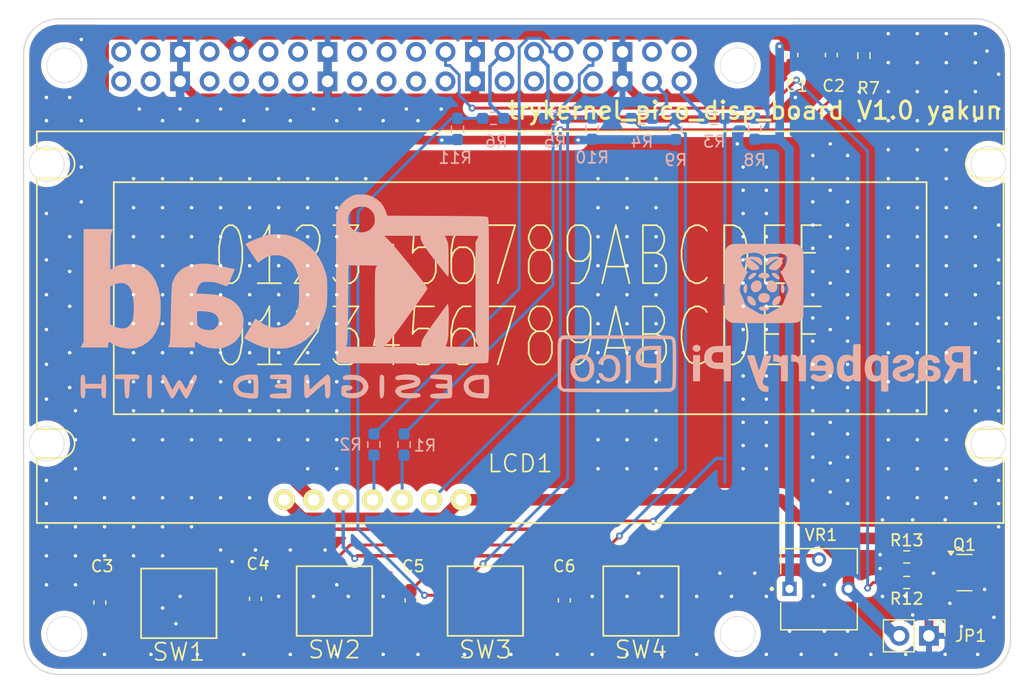
<source format=kicad_pcb>
(kicad_pcb (version 20241229) (generator "pcbnew") (generator_version "9.0")
  (layers (0 "F.Cu" signal) (2 "B.Cu" signal) (13 "F.Paste" user) (15 "B.Paste" user) (5 "F.SilkS" user "F.Silkscreen") (7 "B.SilkS" user "B.Silkscreen") (1 "F.Mask" user) (3 "B.Mask" user) (25 "Edge.Cuts" user))
  (net 0 "")
  (net 1 "GND")
  (net 7 "+3.3V")
  (net 13 "Net-(J7-Pin_27)")
  (net 14 "Net-(J7-Pin_20)")
  (net 16 "Net-(J7-Pin_24)")
  (net 20 "Net-(J7-Pin_19)")
  (net 25 "Net-(J7-Pin_25)")
  (net 30 "Net-(J7-Pin_26)")
  (net 33 "Net-(JP1-B)")
  (net 34 "Net-(LCD1-SDA)")
  (net 35 "Net-(LCD1-BL+)")
  (net 36 "Net-(LCD1-SCL)")
  (net 37 "Net-(LCD1-VO)")
  (net 38 "Net-(C3-Pad1)")
  (net 39 "Net-(C4-Pad1)")
  (net 40 "Net-(C5-Pad1)")
  (net 41 "Net-(C6-Pad1)")
  (net 50 "Net-(J7-Pin_29)")
  (net 51 "Net-(Q1-G)")
  (footprint "Hobby-Devices:SW_TACT-EVQQ2Y03W" (layer "F.Cu") (at 141.4 76.6)
    (property "Reference" "SW1")
    (property "Value" "SW_DPST")
  )
  (footprint "Resistor_SMD:R_0603_1608Metric_Pad0.98x0.95mm_HandSolder" (layer "F.Cu") (at 200.4 29.4 90)
    (property "Reference" "R7")
    (property "Value" "150" (hide yes))
  )
  (footprint "Resistor_SMD:R_0603_1608Metric_Pad0.98x0.95mm_HandSolder" (layer "F.Cu") (at 204.0875 72.6)
    (property "Reference" "R13")
    (property "Value" "10k" (hide yes))
  )
  (footprint "3362p:TRIM_3362P-1-103" (layer "F.Cu") (at 196.535 75.35)
    (property "Reference" "VR1")
    (property "Value" "10k" (hide yes))
  )
  (footprint "Hobby-Devices:I2C_LCD-ACM1602NI-FLW-FBW-M01" (layer "F.Cu") (at 170.8 52.8)
    (property "Reference" "LCD1")
    (property "Value" "ACM1602")
  )
  (footprint "Hobby-Devices:SW_TACT-EVQQ2Y03W" (layer "F.Cu") (at 154.8 76.4)
    (property "Reference" "SW2")
    (property "Value" "SW_DPST")
  )
  (footprint "Hobby-Devices:SW_TACT-EVQQ2Y03W" (layer "F.Cu") (at 167.8 76.4)
    (property "Reference" "SW3")
    (property "Value" "SW_DPST")
  )
  (footprint "Capacitor_SMD:C_0603_1608Metric_Pad1.08x0.95mm_HandSolder" (layer "F.Cu") (at 134.6 76.5375 -90)
    (property "Reference" "C3")
    (property "Value" "470p")
  )
  (footprint "Connector_PinHeader_2.54mm:PinHeader_1x02_P2.54mm_Vertical" (layer "F.Cu") (at 206 79.4 -90)
    (property "Reference" "JP1")
    (property "Value" "Jumper_2_Bridged" (hide yes))
  )
  (footprint "Capacitor_SMD:C_0603_1608Metric_Pad1.08x0.95mm_HandSolder" (layer "F.Cu") (at 194.2 29.3375 -90)
    (property "Reference" "C1")
    (property "Value" "10u")
  )
  (footprint "Package_TO_SOT_SMD:SOT-23" (layer "F.Cu") (at 209.0625 73.95)
    (property "Reference" "Q1")
    (property "Value" "BSS138")
  )
  (footprint "RPI_Hat:RPI_Hat_B+" (layer "F.Cu") (at 160.53 30.23)
    (property "Reference" "J7" (hide yes))
    (property "Value" "40P" (hide yes))
    (fp_line (start -32.5 -1) (end -32.5 49.5) (stroke (width 0.1)) (layer "Edge.Cuts"))
    (fp_line (start -29.5 -4) (end 49.5 -4) (stroke (width 0.1)) (layer "Edge.Cuts"))
    (fp_line (start -29.5 52.5) (end 49.5 52.5) (stroke (width 0.1)) (layer "Edge.Cuts"))
    (fp_line (start 52.5 -1) (end 52.5 49.5) (stroke (width 0.1)) (layer "Edge.Cuts"))
    (fp_arc (start -32.5 -1) (mid -31.62132 -3.12132) (end -29.5 -4) (stroke (width 0.1)) (layer "Edge.Cuts"))
    (fp_arc (start -29.5 52.5) (mid -31.62132 51.62132) (end -32.5 49.5) (stroke (width 0.1)) (layer "Edge.Cuts"))
    (fp_arc (start 49.5 -4) (mid 51.62132 -3.12132) (end 52.5 -1) (stroke (width 0.1)) (layer "Edge.Cuts"))
    (fp_arc (start 52.5 49.5) (mid 51.62132 51.62132) (end 49.5 52.5) (stroke (width 0.1)) (layer "Edge.Cuts"))
    (fp_circle (center -30.500001 32.6) (end -32.000002 32.599999) (stroke (width 0.05)) (fill no) (layer "Edge.Cuts"))
    (fp_circle (center -30.5 8.5) (end -32.000001 8.499999) (stroke (width 0.05)) (fill no) (layer "Edge.Cuts"))
    (fp_circle (center -29 0) (end -30.500001 -0.000001) (stroke (width 0.05)) (fill no) (layer "Edge.Cuts"))
    (fp_circle (center -29 49) (end -30.500001 49.000001) (stroke (width 0.05)) (fill no) (layer "Edge.Cuts"))
    (fp_circle (center 29 0) (end 30.500001 -0.000001) (stroke (width 0.05)) (fill no) (layer "Edge.Cuts"))
    (fp_circle (center 29 49) (end 30.500001 49.000001) (stroke (width 0.05)) (fill no) (layer "Edge.Cuts"))
    (fp_circle (center 50.599999 8.5) (end 49.099998 8.499999) (stroke (width 0.05)) (fill no) (layer "Edge.Cuts"))
    (fp_circle (center 50.599999 32.6) (end 49.099998 32.599999) (stroke (width 0.05)) (fill no) (layer "Edge.Cuts"))
  )
  (footprint "Capacitor_SMD:C_0603_1608Metric_Pad1.08x0.95mm_HandSolder" (layer "F.Cu") (at 161.4 76.3375 -90)
    (property "Reference" "C5")
    (property "Value" "470p")
  )
  (footprint "Capacitor_SMD:C_0603_1608Metric_Pad1.08x0.95mm_HandSolder" (layer "F.Cu") (at 174.6 76.3375 -90)
    (property "Reference" "C6")
    (property "Value" "470p")
  )
  (footprint "Resistor_SMD:R_0603_1608Metric_Pad0.98x0.95mm_HandSolder" (layer "F.Cu") (at 204.0875 74.8)
    (property "Reference" "R12")
    (property "Value" "1k" (hide yes))
  )
  (footprint "Hobby-Devices:SW_TACT-EVQQ2Y03W" (layer "F.Cu") (at 181.2 76.4)
    (property "Reference" "SW4")
    (property "Value" "SW_DPST")
  )
  (footprint "Capacitor_SMD:C_0603_1608Metric_Pad1.08x0.95mm_HandSolder" (layer "F.Cu") (at 148 76.2 -90)
    (property "Reference" "C4")
    (property "Value" "470p")
  )
  (footprint "Capacitor_SMD:C_0603_1608Metric_Pad1.08x0.95mm_HandSolder" (layer "F.Cu") (at 197.6 29.3375 -90)
    (property "Reference" "C2")
    (property "Value" "0.1u")
  )
  (footprint "Resistor_SMD:R_0603_1608Metric_Pad0.98x0.95mm_HandSolder" (layer "B.Cu") (at 177 35.6875 90)
    (property "Reference" "R10")
    (property "Value" "3.3k" (hide yes))
  )
  (footprint "Resistor_SMD:R_0603_1608Metric_Pad0.98x0.95mm_HandSolder" (layer "B.Cu") (at 181.2875 34.8 180)
    (property "Reference" "R4")
    (property "Value" "100" (hide yes))
  )
  (footprint "LOGO" (layer "B.Cu") (at 150.8 50.2 180)
    (property "Reference" "G***" (hide yes))
    (property "Value" "LOGO" (hide yes))
  )
  (footprint "Resistor_SMD:R_0603_1608Metric_Pad0.98x0.95mm_HandSolder" (layer "B.Cu") (at 187.5125 34.8)
    (property "Reference" "R3")
    (property "Value" "100" (hide yes))
  )
  (footprint "Resistor_SMD:R_0603_1608Metric_Pad0.98x0.95mm_HandSolder" (layer "B.Cu") (at 191 35.6875 90)
    (property "Reference" "R8")
    (property "Value" "3.3k" (hide yes))
  )
  (footprint "Resistor_SMD:R_0603_1608Metric_Pad0.98x0.95mm_HandSolder" (layer "B.Cu") (at 184.2 35.7125 90)
    (property "Reference" "R9")
    (property "Value" "3.3k" (hide yes))
  )
  (footprint "Resistor_SMD:R_0603_1608Metric_Pad0.98x0.95mm_HandSolder" (layer "B.Cu") (at 160.8 62.9125 -90)
    (property "Reference" "R1")
    (property "Value" "100" (hide yes))
  )
  (footprint "Resistor_SMD:R_0603_1608Metric_Pad0.98x0.95mm_HandSolder" (layer "B.Cu") (at 158.2 62.9125 -90)
    (property "Reference" "R2")
    (property "Value" "100" (hide yes))
  )
  (footprint "Resistor_SMD:R_0603_1608Metric_Pad0.98x0.95mm_HandSolder" (layer "B.Cu") (at 165.4 35.7125 90)
    (property "Reference" "R11")
    (property "Value" "3.3k" (hide yes))
  )
  (footprint "Resistor_SMD:R_0603_1608Metric_Pad0.98x0.95mm_HandSolder" (layer "B.Cu") (at 173.8 34.8)
    (property "Reference" "R5")
    (property "Value" "100" (hide yes))
  )
  (footprint "LOGO" (layer "B.Cu") (at 191.8 52 180)
    (property "Reference" "G***" (hide yes))
    (property "Value" "LOGO" (hide yes))
  )
  (footprint "Resistor_SMD:R_0603_1608Metric_Pad0.98x0.95mm_HandSolder" (layer "B.Cu") (at 168.4875 34.8 180)
    (property "Reference" "R6")
    (property "Value" "100" (hide yes))
  )
  (gr_text "trykernel_pico_disp_board V1.0 yakun" (at 169.6 35 0) (layer "F.SilkS") (effects (font (size 1.5 1.5) (thickness 0.25)) (justify left bottom)))
  (segment (start 136.912 78.6) (end 135.823 78.6) (width 0.75) (layer "F.Cu") (net 1))
  (segment (start 154.777 77.2) (end 161.4 77.2) (width 0.75) (layer "F.Cu") (net 1))
  (segment (start 151.4 78.4) (end 149.223 78.4) (width 0.75) (layer "F.Cu") (net 1))
  (segment (start 141.151 78.3535) (end 142.442 77.0625) (width 0.75) (layer "F.Cu") (net 1))
  (segment (start 154.21 31.608) (end 154.21 33.0347) (width 0.75) (layer "F.Cu") (net 1))
  (segment (start 194.2 30.2) (end 191.365 33.0347) (width 0.75) (layer "F.Cu") (net 1))
  (segment (start 142.937 33.0347) (end 154.21 33.0347) (width 0.75) (layer "F.Cu") (net 1))
  (segment (start 166.91 31.608) (end 166.91 33.0347) (width 0.75) (layer "F.Cu") (net 1))
  (segment (start 135.823 78.6) (end 134.623 77.4) (width 0.75) (layer "F.Cu") (net 1))
  (segment (start 206 76.8186) (end 206 75.8) (width 0.75) (layer "F.Cu") (net 1))
  (segment (start 206 76.8186) (end 206 79.4) (width 0.75) (layer "F.Cu") (net 1))
  (segment (start 181.558 76.8186) (end 206 76.8186) (width 0.75) (layer "F.Cu") (net 1))
  (segment (start 163.2 77.2) (end 161.4 77.2) (width 0.75) (layer "F.Cu") (net 1))
  (segment (start 134.623 77.4) (end 134.6 77.4) (width 0.75) (layer "F.Cu") (net 1))
  (segment (start 206 75.8) (end 206.9 74.9) (width 0.75) (layer "F.Cu") (net 1))
  (segment (start 154.21 33.0347) (end 166.91 33.0347) (width 0.75) (layer "F.Cu") (net 1))
  (segment (start 153.577 78.4) (end 154.777 77.2) (width 0.75) (layer "F.Cu") (net 1))
  (segment (start 141.51 31.608) (end 142.937 33.0347) (width 0.75) (layer "F.Cu") (net 1))
  (segment (start 142.442 77.0625) (end 148 77.0625) (width 0.75) (layer "F.Cu") (net 1))
  (segment (start 166.91 33.0347) (end 178.183 33.0347) (width 0.75) (layer "F.Cu") (net 1))
  (segment (start 179.977 78.4) (end 181.558 76.8186) (width 0.75) (layer "F.Cu") (net 1))
  (segment (start 166.577 78.4) (end 167.777 77.2) (width 0.75) (layer "F.Cu") (net 1))
  (segment (start 167.777 77.2) (end 174.6 77.2) (width 0.75) (layer "F.Cu") (net 1))
  (segment (start 177.8 78.4) (end 176.6 77.2) (width 0.75) (layer "F.Cu") (net 1))
  (segment (start 177.8 78.4) (end 179.977 78.4) (width 0.75) (layer "F.Cu") (net 1))
  (segment (start 191.365 33.0347) (end 181.037 33.0347) (width 0.75) (layer "F.Cu") (net 1))
  (segment (start 149.223 78.2858) (end 148 77.0625) (width 0.75) (layer "F.Cu") (net 1))
  (segment (start 178.183 33.0347) (end 179.61 31.608) (width 0.75) (layer "F.Cu") (net 1))
  (segment (start 138 78.6) (end 136.912 78.6) (width 0.75) (layer "F.Cu") (net 1))
  (segment (start 151.4 78.4) (end 153.577 78.4) (width 0.75) (layer "F.Cu") (net 1))
  (segment (start 137.158 78.3535) (end 141.151 78.3535) (width 0.75) (layer "F.Cu") (net 1))
  (segment (start 206.9 74.9) (end 208.125 74.9) (width 0.75) (layer "F.Cu") (net 1))
  (segment (start 181.037 33.0347) (end 179.61 31.608) (width 0.75) (layer "F.Cu") (net 1))
  (segment (start 136.912 78.6) (end 137.158 78.3535) (width 0.75) (layer "F.Cu") (net 1))
  (segment (start 164.4 78.4) (end 166.577 78.4) (width 0.75) (layer "F.Cu") (net 1))
  (segment (start 164.4 78.4) (end 163.2 77.2) (width 0.75) (layer "F.Cu") (net 1))
  (segment (start 149.223 78.4) (end 149.223 78.2858) (width 0.75) (layer "F.Cu") (net 1))
  (segment (start 194.2 30.2) (end 197.6 30.2) (width 0.75) (layer "F.Cu") (net 1))
  (segment (start 176.6 77.2) (end 174.6 77.2) (width 0.75) (layer "F.Cu") (net 1))
  (via (at 207.5 50) (size 0.6) (drill 0.3) (layers "F.Cu" "B.Cu") (net 1))
  (via (at 196 52) (size 0.6) (drill 0.3) (layers "F.Cu" "B.Cu") (net 1))
  (via (at 182.5 45) (size 0.6) (drill 0.3) (layers "F.Cu" "B.Cu") (net 1))
  (via (at 150 60) (size 0.6) (drill 0.3) (layers "F.Cu" "B.Cu") (net 1))
  (via (at 142.5 47.5) (size 0.6) (drill 0.3) (layers "F.Cu" "B.Cu") (net 1))
  (via (at 155 57.5) (size 0.6) (drill 0.3) (layers "F.Cu" "B.Cu") (net 1))
  (via (at 141.51 76) (size 0.6) (drill 0.3) (layers "F.Cu" "B.Cu") (net 1))
  (via (at 132.5 70) (size 0.6) (drill 0.3) (layers "F.Cu" "B.Cu") (net 1))
  (via (at 132 51) (size 0.6) (drill 0.3) (layers "F.Cu" "B.Cu") (net 1))
  (via (at 192 51) (size 0.6) (drill 0.3) (layers "F.Cu" "B.Cu") (net 1))
  (via (at 137.5 45) (size 0.6) (drill 0.3) (layers "F.Cu" "B.Cu") (net 1))
  (via (at 190 43) (size 0.6) (drill 0.3) (layers "F.Cu" "B.Cu") (net 1))
  (via (at 196 56) (size 0.6) (drill 0.3) (layers "F.Cu" "B.Cu") (net 1))
  (via (at 133 28) (size 0.6) (drill 0.3) (layers "F.Cu" "B.Cu") (net 1))
  (via (at 197.5 57) (size 0.6) (drill 0.3) (layers "F.Cu" "B.Cu") (net 1))
  (via (at 207.5 32.5) (size 0.6) (drill 0.3) (layers "F.Cu" "B.Cu") (net 1))
  (via (at 159 76) (size 0.6) (drill 0.3) (layers "F.Cu" "B.Cu") (net 1))
  (via (at 197.5 37) (size 0.6) (drill 0.3) (layers "F.Cu" "B.Cu") (net 1))
  (via (at 210 55) (size 0.6) (drill 0.3) (layers "F.Cu" "B.Cu") (net 1))
  (via (at 202.5 27.5) (size 0.6) (drill 0.3) (layers "F.Cu" "B.Cu") (net 1))
  (via (at 150 40) (size 0.6) (drill 0.3) (layers "F.Cu" "B.Cu") (net 1))
  (via (at 142.5 45) (size 0.6) (drill 0.3) (layers "F.Cu" "B.Cu") (net 1))
  (via (at 196 60) (size 0.6) (drill 0.3) (layers "F.Cu" "B.Cu") (net 1))
  (via (at 211.6 77.8) (size 0.6) (drill 0.3) (layers "F.Cu" "B.Cu") (net 1))
  (via (at 177.5 45) (size 0.6) (drill 0.3) (layers "F.Cu" "B.Cu") (net 1))
  (via (at 202 76) (size 0.6) (drill 0.3) (layers "F.Cu" "B.Cu") (net 1))
  (via (at 147.5 47.5) (size 0.6) (drill 0.3) (layers "F.Cu" "B.Cu") (net 1))
  (via (at 180 52.5) (size 0.6) (drill 0.3) (layers "F.Cu" "B.Cu") (net 1))
  (via (at 164 34) (size 0.6) (drill 0.3) (layers "F.Cu" "B.Cu") (net 1))
  (via (at 211 29) (size 0.6) (drill 0.3) (layers "F.Cu" "B.Cu") (net 1))
  (via (at 181 74) (size 0.6) (drill 0.3) (layers "F.Cu" "B.Cu") (net 1))
  (via (at 141.151 78.3535) (size 0.6) (drill 0.3) (layers "F.Cu" "B.Cu") (net 1))
  (via (at 140 52.5) (size 0.6) (drill 0.3) (layers "F.Cu" "B.Cu") (net 1))
  (via (at 207.5 35) (size 0.6) (drill 0.3) (layers "F.Cu" "B.Cu") (net 1))
  (via (at 205 42.5) (size 0.6) (drill 0.3) (layers "F.Cu" "B.Cu") (net 1))
  (via (at 157.5 40) (size 0.6) (drill 0.3) (layers "F.Cu" "B.Cu") (net 1))
  (via (at 132.5 65) (size 0.6) (drill 0.3) (layers "F.Cu" "B.Cu") (net 1))
  (via (at 190 59) (size 0.6) (drill 0.3) (layers "F.Cu" "B.Cu") (net 1))
  (via (at 180 57.5) (size 0.6) (drill 0.3) (layers "F.Cu" "B.Cu") (net 1))
  (via (at 140 70) (size 0.6) (drill 0.3) (layers "F.Cu" "B.Cu") (net 1))
  (via (at 132 58) (size 0.6) (drill 0.3) (layers "F.Cu" "B.Cu") (net 1))
  (via (at 140 50) (size 0.6) (drill 0.3) (layers "F.Cu" "B.Cu") (net 1))
  (via (at 132.5 72.5) (size 0.6) (drill 0.3) (layers "F.Cu" "B.Cu") (net 1))
  (via (at 138 34) (size 0.6) (drill 0.3) (layers "F.Cu" "B.Cu") (net 1))
  (via (at 210 32.5) (size 0.6) (drill 0.3) (layers "F.Cu" "B.Cu") (net 1))
  (via (at 182.5 42.5) (size 0.6) (drill 0.3) (layers "F.Cu" "B.Cu") (net 1))
  (via (at 150 52.5) (size 0.6) (drill 0.3) (layers "F.Cu" "B.Cu") (net 1))
  (via (at 192 76) (size 0.6) (drill 0.3) (layers "F.Cu" "B.Cu") (net 1))
  (via (at 145 45) (size 0.6) (drill 0.3) (layers "F.Cu" "B.Cu") (net 1))
  (via (at 202.5 37.5) (size 0.6) (drill 0.3) (layers "F.Cu" "B.Cu") (net 1))
  (via (at 150 45) (size 0.6) (drill 0.3) (layers "F.Cu" "B.Cu") (net 1))
  (via (at 140 55) (size 0.6) (drill 0.3) (layers "F.Cu" "B.Cu") (net 1))
  (via (at 130 72.5) (size 0.6) (drill 0.3) (layers "F.Cu" "B.Cu") (net 1))
  (via (at 130 56) (size 0.6) (drill 0.3) (layers "F.Cu" "B.Cu") (net 1))
  (via (at 199 66) (size 0.6) (drill 0.3) (layers "F.Cu" "B.Cu") (net 1))
  (via (at 207.5 65) (size 0.6) (drill 0.3) (layers "F.Cu" "B.Cu") (net 1))
  (via (at 151 35) (size 0.6) (drill 0.3) (layers "F.Cu" "B.Cu") (net 1))
  (via (at 192 43) (size 0.6) (drill 0.3) (layers "F.Cu" "B.Cu") (net 1))
  (via (at 150 55) (size 0.6) (drill 0.3) (layers "F.Cu" "B.Cu") (net 1))
  (via (at 186 81) (size 0.6) (drill 0.3) (layers "F.Cu" "B.Cu") (net 1))
  (via (at 130 35) (size 0.6) (drill 0.3) (layers "F.Cu" "B.Cu") (net 1))
  (via (at 145 67.5) (size 0.6) (drill 0.3) (layers "F.Cu" "B.Cu") (net 1))
  (via (at 210 68) (size 0.6) (drill 0.3) (layers "F.Cu" "B.Cu") (net 1))
  (via (at 151 81) (size 0.6) (drill 0.3) (layers "F.Cu" "B.Cu") (net 1))
  (via (at 194.5 34.5) (size 0.6) (drill 0.3) (layers "F.Cu" "B.Cu") (net 1))
  (via (at 207.5 37.5) (size 0.6) (drill 0.3) (layers "F.Cu" "B.Cu") (net 1))
  (via (at 204.6 77.6) (size 0.6) (drill 0.3) (layers "F.Cu" "B.Cu") (net 1))
  (via (at 140 47.5) (size 0.6) (drill 0.3) (layers "F.Cu" "B.Cu") (net 1))
  (via (at 205 50) (size 0.6) (drill 0.3) (layers "F.Cu" "B.Cu") (net 1))
  (via (at 145 40) (size 0.6) (drill 0.3) (layers "F.Cu" "B.Cu") (net 1))
  (via (at 207.5 40) (size 0.6) (drill 0.3) (layers "F.Cu" "B.Cu") (net 1))
  (via (at 151 72) (size 0.6) (drill 0.3) (layers "F.Cu" "B.Cu") (net 1))
  (via (at 190 47) (size 0.6) (drill 0.3) (layers "F.Cu" "B.Cu") (net 1))
  (via (at 205 65) (size 0.6) (drill 0.3) (layers "F.Cu" "B.Cu") (net 1))
  (via (at 140 67.5) (size 0.6) (drill 0.3) (layers "F.Cu" "B.Cu") (net 1))
  (via (at 206.4 74) (size 0.6) (drill 0.3) (layers "F.Cu" "B.Cu") (net 1))
  (via (at 162 81) (size 0.6) (drill 0.3) (layers "F.Cu" "B.Cu") (net 1))
  (via (at 137.5 60) (size 0.6) (drill 0.3) (layers "F.Cu" "B.Cu") (net 1))
  (via (at 148 72) (size 0.6) (drill 0.3) (layers "F.Cu" "B.Cu") (net 1))
  (via (at 145 34) (size 0.6) (drill 0.3) (layers "F.Cu" "B.Cu") (net 1))
  (via (at 140 45) (size 0.6) (drill 0.3) (layers "F.Cu" "B.Cu") (net 1))
  (via (at 212 52) (size 0.6) (drill 0.3) (layers "F.Cu" "B.Cu") (net 1))
  (via (at 177.5 47.5) (size 0.6) (drill 0.3) (layers "F.Cu" "B.Cu") (net 1))
  (via (at 205 65) (size 0.6) (drill 0.3) (layers "F.Cu" "B.Cu") (net 1))
  (via (at 204 81) (size 0.6) (drill 0.3) (layers "F.Cu" "B.Cu") (net 1))
  (via (at 152.5 62.5) (size 0.6) (drill 0.3) (layers "F.Cu" "B.Cu") (net 1))
  (via (at 132.5 75) (size 0.6) (drill 0.3) (layers "F.Cu" "B.Cu") (net 1))
  (via (at 137.5 47.5) (size 0.6) (drill 0.3) (layers "F.Cu" "B.Cu") (net 1))
  (via (at 156 76) (size 0.6) (drill 0.3) (layers "F.Cu" "B.Cu") (net 1))
  (via (at 190 63) (size 0.6) (drill 0.3) (layers "F.Cu" "B.Cu") (net 1))
  (via (at 155 35) (size 0.6) (drill 0.3) (layers "F.Cu" "B.Cu") (net 1))
  (via (at 212 66) (size 0.6) (drill 0.3) (layers "F.Cu" "B.Cu") (net 1))
  (via (at 210 60) (size 0.6) (drill 0.3) (layers "F.Cu" "B.Cu") (net 1))
  (via (at 182.5 62.5) (size 0.6) (drill 0.3) (layers "F.Cu" "B.Cu") (net 1))
  (via (at 132.5 67.5) (size 0.6) (drill 0.3) (layers "F.Cu" "B.Cu") (net 1))
  (via (at 152.5 52.5) (size 0.6) (drill 0.3) (layers "F.Cu" "B.Cu") (net 1))
  (via (at 198 81) (size 0.6) (drill 0.3) (layers "F.Cu" "B.Cu") (net 1))
  (via (at 205 45) (size 0.6) (drill 0.3) (layers "F.Cu" "B.Cu") (net 1))
  (via (at 152.5 40) (size 0.6) (drill 0.3) (layers "F.Cu" "B.Cu") (net 1))
  (via (at 182.5 55) (size 0.6) (drill 0.3) (layers "F.Cu" "B.Cu") (net 1))
  (via (at 155 75) (size 0.6) (drill 0.3) (layers "F.Cu" "B.Cu") (net 1))
  (via (at 155 55) (size 0.6) (drill 0.3) (layers "F.Cu" "B.Cu") (net 1))
  (via (at 212 44) (size 0.6) (drill 0.3) (layers "F.Cu" "B.Cu") (net 1))
  (via (at 207.4 81) (size 0.6) (drill 0.3) (layers "F.Cu" "B.Cu") (net 1))
  (via (at 180 42.5) (size 0.6) (drill 0.3) (layers "F.Cu" "B.Cu") (net 1))
  (via (at 190 41) (size 0.6) (drill 0.3) (layers "F.Cu" "B.Cu") (net 1))
  (via (at 210 35) (size 0.6) (drill 0.3) (layers "F.Cu" "B.Cu") (net 1))
  (via (at 182.5 65) (size 0.6) (drill 0.3) (layers "F.Cu" "B.Cu") (net 1))
  (via (at 150 50) (size 0.6) (drill 0.3) (layers "F.Cu" "B.Cu") (net 1))
  (via (at 205 52.5) (size 0.6) (drill 0.3) (layers "F.Cu" "B.Cu") (net 1))
  (via (at 190 61) (size 0.6) (drill 0.3) (layers "F.Cu" "B.Cu") (net 1))
  (via (at 207.5 62.5) (size 0.6) (drill 0.3) (layers "F.Cu" "B.Cu") (net 1))
  (via (at 196 54) (size 0.6) (drill 0.3) (layers "F.Cu" "B.Cu") (net 1))
  (via (at 140 40) (size 0.6) (drill 0.3) (layers "F.Cu" "B.Cu") (net 1))
  (via (at 202.5 42.5) (size 0.6) (drill 0.3) (layers "F.Cu" "B.Cu") (net 1))
  (via (at 180 76) (size 0.6) (drill 0.3) (layers "F.Cu" "B.Cu") (net 1))
  (via (at 137.5 67.5) (size 0.6) (drill 0.3) (layers "F.Cu" "B.Cu") (net 1))
  (via (at 180 81) (size 0.6) (drill 0.3) (layers "F.Cu" "B.Cu") (net 1))
  (via (at 204 76) (size 0.6) (drill 0.3) (layers "F.Cu" "B.Cu") (net 1))
  (via (at 155 42.5) (size 0.6) (drill 0.3) (layers "F.Cu" "B.Cu") (net 1))
  (via (at 137.5 42.5) (size 0.6) (drill 0.3) (layers "F.Cu" "B.Cu") (net 1))
  (via (at 143 81) (size 0.6) (drill 0.3) (layers "F.Cu" "B.Cu") (net 1))
  (via (at 177.5 40) (size 0.6) (drill 0.3) (layers "F.Cu" "B.Cu") (net 1))
  (via (at 201.8 73.6) (size 0.6) (drill 0.3) (layers "F.Cu" "B.Cu") (net 1))
  (via (at 207.5 55) (size 0.6) (drill 0.3) (layers "F.Cu" "B.Cu") (net 1))
  (via (at 135 72.5) (size 0.6) (drill 0.3) (layers "F.Cu" "B.Cu") (net 1))
  (via (at 149 73) (size 0.6) (drill 0.3) (layers "F.Cu" "B.Cu") (net 1))
  (via (at 141.51 34) (size 0.6) (drill 0.3) (layers "F.Cu" "B.Cu") (net 1))
  (via (at 192 39) (size 0.6) (drill 0.3) (layers "F.Cu" "B.Cu") (net 1))
  (via (at 137.5 62.5) (size 0.6) (drill 0.3) (layers "F.Cu" "B.Cu") (net 1))
  (via (at 197.5 64.5) (size 0.6) (drill 0.3) (layers "F.Cu" "B.Cu") (net 1))
  (via (at 212 70) (size 0.6) (drill 0.3) (layers "F.Cu" "B.Cu") (net 1))
  (via (at 207.8 76.6) (size 0.6) (drill 0.3) (layers "F.Cu" "B.Cu") (net 1))
  (via (at 189 76) (size 0.6) (drill 0.3) (layers "F.Cu" "B.Cu") (net 1))
  (via (at 147 35) (size 0.6) (drill 0.3) (layers "F.Cu" "B.Cu") (net 1))
  (via (at 196 58) (size 0.6) (drill 0.3) (layers "F.Cu" "B.Cu") (net 1))
  (via (at 146 73) (size 0.6) (drill 0.3) (layers "F.Cu" "B.Cu") (net 1))
  (via (at 152.5 65) (size 0.6) (drill 0.3) (layers "F.Cu" "B.Cu") (net 1))
  (via (at 153 34) (size 0.6) (drill 0.3) (layers "F.Cu" "B.Cu") (net 1))
  (via (at 194.5 33) (size 0.6) (drill 0.3) (layers "F.Cu" "B.Cu") (net 1))
  (via (at 190 51) (size 0.6) (drill 0.3) (layers "F.Cu" "B.Cu") (net 1))
  (via (at 190 39) (size 0.6) (drill 0.3) (layers "F.Cu" "B.Cu") (net 1))
  (via (at 202.5 45) (size 0.6) (drill 0.3) (layers "F.Cu" "B.Cu") (net 1))
  (via (at 196 66) (size 0.6) (drill 0.3) (layers "F.Cu" "B.Cu") (net 1))
  (via (at 145 60) (size 0.6) (drill 0.3) (layers "F.Cu" "B.Cu") (net 1))
  (via (at 145 55) (size 0.6) (drill 0.3) (layers "F.Cu" "B.Cu") (net 1))
  (via (at 199 60) (size 0.6) (drill 0.3) (layers "F.Cu" "B.Cu") (net 1))
  (via (at 135 70) (size 0.6) (drill 0.3) (layers "F.Cu" "B.Cu") (net 1))
  (via (at 147.5 45) (size 0.6) (drill 0.3) (layers "F.Cu" "B.Cu") (net 1))
  (via (at 207.5 47.5) (size 0.6) (drill 0.3) (layers "F.Cu" "B.Cu") (net 1))
  (via (at 147.5 50) (size 0.6) (drill 0.3) (layers "F.Cu" "B.Cu") (net 1))
  (via (at 197.5 45) (size 0.6) (drill 0.3) (layers "F.Cu" "B.Cu") (net 1))
  (via (at 205 47.5) (size 0.6) (drill 0.3) (layers "F.Cu" "B.Cu") (net 1))
  (via (at 195 81) (size 0.6) (drill 0.3) (layers "F.Cu" "B.Cu") (net 1))
  (via (at 177.5 50) (size 0.6) (drill 0.3) (layers "F.Cu" "B.Cu") (net 1))
  (via (at 196 62) (size 0.6) (drill 0.3) (layers "F.Cu" "B.Cu") (net 1))
  (via (at 137.5 55) (size 0.6) (drill 0.3) (layers "F.Cu" "B.Cu") (net 1))
  (via (at 152.5 55) (size 0.6) (drill 0.3) (layers "F.Cu" "B.Cu") (net 1))
  (via (at 188 74) (size 0.6) (drill 0.3) (layers "F.Cu" "B.Cu") (net 1))
  (via (at 190 45) (size 0.6) (drill 0.3) (layers "F.Cu" "B.Cu") (net 1))
  (via (at 140 77) (size 0.6) (drill 0.3) (layers "F.Cu" "B.Cu") (net 1))
  (via (at 150 76) (size 0.6) (drill 0.3) (layers "F.Cu" "B.Cu") (net 1))
  (via (at 205 67.5) (size 0.6) (drill 0.3) (layers "F.Cu" "B.Cu") (net 1))
  (via (at 155 50) (size 0.6) (drill 0.3) (layers "F.Cu" "B.Cu") (net 1))
  (via (at 133 42) (size 0.6) (drill 0.3) (layers "F.Cu" "B.Cu") (net 1))
  (via (at 177.5 60) (size 0.6) (drill 0.3) (layers "F.Cu" "B.Cu") (net 1))
  (via (at 152.5 50) (size 0.6) (drill 0.3) (layers "F.Cu" "B.Cu") (net 1))
  (via (at 177.5 55) (size 0.6) (drill 0.3) (layers "F.Cu" "B.Cu") (net 1))
  (via (at 201.8 72.4) (size 0.6) (drill 0.3) (layers "F.Cu" "B.Cu") (net 1))
  (via (at 177 76) (size 0.6) (drill 0.3) (layers "F.Cu" "B.Cu") (net 1))
  (via (at 142.5 67.5) (size 0.6) (drill 0.3) (layers "F.Cu" "B.Cu") (net 1))
  (via (at 202.5 35) (size 0.6) (drill 0.3) (layers "F.Cu" "B.Cu") (net 1))
  (via (at 186 76) (size 0.6) (drill 0.3) (layers "F.Cu" "B.Cu") (net 1))
  (via (at 140 60) (size 0.6) (drill 0.3) (layers "F.Cu" "B.Cu") (net 1))
  (via (at 202.5 62.5) (size 0.6) (drill 0.3) (layers "F.Cu" "B.Cu") (net 1))
  (via (at 197.5 41) (size 0.6) (drill 0.3) (layers "F.Cu" "B.Cu") (net 1))
  (via (at 197.5 49) (size 0.6) (drill 0.3) (layers "F.Cu" "B.Cu") (net 1))
  (via (at 199 62) (size 0.6) (drill 0.3) (layers "F.Cu" "B.Cu") (net 1))
  (via (at 140 35) (size 0.6) (drill 0.3) (layers "F.Cu" "B.Cu") (net 1))
  (via (at 211.993853 56.374811) (size 0.6) (drill 0.3) (layers "F.Cu" "B.Cu") (net 1))
  (via (at 192 57) (size 0.6) (drill 0.3) (layers "F.Cu" "B.Cu") (net 1))
  (via (at 199 46) (size 0.6) (drill 0.3) (layers "F.Cu" "B.Cu") (net 1))
  (via (at 137.5 70) (size 0.6) (drill 0.3) (layers "F.Cu" "B.Cu") (net 1))
  (via (at 147.5 52.5) (size 0.6) (drill 0.3) (layers "F.Cu" "B.Cu") (net 1))
  (via (at 142.5 57.5) (size 0.6) (drill 0.3) (layers "F.Cu" "B.Cu") (net 1))
  (via (at 177 81) (size 0.6) (drill 0.3) (layers "F.Cu" "B.Cu") (net 1))
  (via (at 130 47) (size 0.6) (drill 0.3) (layers "F.Cu" "B.Cu") (net 1))
  (via (at 199 64) (size 0.6) (drill 0.3) (layers "F.Cu" "B.Cu") (net 1))
  (via (at 182.5 60) (size 0.6) (drill 0.3) (layers "F.Cu" "B.Cu") (net 1))
  (via (at 132.5 60) (size 0.6) (drill 0.3) (layers "F.Cu" "B.Cu") (net 1))
  (via (at 182.5 47.5) (size 0.6) (drill 0.3) (layers "F.Cu" "B.Cu") (net 1))
  (via (at 150 62.5) (size 0.6) (drill 0.3) (layers "F.Cu" "B.Cu") (net 1))
  (via (at 152.5 47.5) (size 0.6) (drill 0.3) (layers "F.Cu" "B.Cu") (net 1))
  (via (at 182.5 50) (size 0.6) (drill 0.3) (layers "F.Cu" "B.Cu") (net 1))
  (via (at 199 42) (size 0.6) (drill 0.3) (layers "F.Cu" "B.Cu") (net 1))
  (via (at 194 79) (size 0.6) (drill 0.3) (layers "F.Cu" "B.Cu") (net 1))
  (via (at 192 45) (size 0.6) (drill 0.3) (layers "F.Cu" "B.Cu") (net 1))
  (via (at 202.5 50) (size 0.6) (drill 0.3) (layers "F.Cu" "B.Cu") (net 1))
  (via (at 182.5 57.5) (size 0.6) (drill 0.3) (layers "F.Cu" "B.Cu") (net 1))
  (via (at 130 59) (size 0.6) (drill 0.3) (layers "F.Cu" "B.Cu") (net 1))
  (via (at 180 55) (size 0.6) (drill 0.3) (layers "F.Cu" "B.Cu") (net 1))
  (via (at 137.5 52.5) (size 0.6) (drill 0.3) (layers "F.Cu" "B.Cu") (net 1))
  (via (at 196 38) (size 0.6) (drill 0.3) (layers "F.Cu" "B.Cu") (net 1))
  (via (at 174 81) (size 0.6) (drill 0.3) (layers "F.Cu" "B.Cu") (net 1))
  (via (at 200 35) (size 0.6) (drill 0.3) (layers "F.Cu" "B.Cu") (net 1))
  (via (at 196 42) (size 0.6) (drill 0.3) (layers "F.Cu" "B.Cu") (net 1))
  (via (at 142.5 60) (size 0.6) (drill 0.3) (layers "F.Cu" "B.Cu") (net 1))
  (via (at 155 52.5) (size 0.6) (drill 0.3) (layers "F.Cu" "B.Cu") (net 1))
  (via (at 180 65) (size 0.6) (drill 0.3) (layers "F.Cu" "B.Cu") (net 1))
  (via (at 145 52.5) (size 0.6) (drill 0.3) (layers "F.Cu" "B.Cu") (net 1))
  (via (at 177.5 65) (size 0.6) (drill 0.3) (layers "F.Cu" "B.Cu") (net 1))
  (via (at 152.5 42.5) (size 0.6) (drill 0.3) (layers "F.Cu" "B.Cu") (net 1))
  (via (at 205 62.5) (size 0.6) (drill 0.3) (layers "F.Cu" "B.Cu") (net 1))
  (via (at 180 47.5) (size 0.6) (drill 0.3) (layers "F.Cu" "B.Cu") (net 1))
  (via (at 183 76) (size 0.6) (drill 0.3) (layers "F.Cu" "B.Cu") (net 1))
  (via (at 192 63) (size 0.6) (drill 0.3) (layers "F.Cu" "B.Cu") (net 1))
  (via (at 159 81) (size 0.6) (drill 0.3) (layers "F.Cu" "B.Cu") (net 1))
  (via (at 140 72.5) (size 0.6) (drill 0.3) (layers "F.Cu" "B.Cu") (net 1))
  (via (at 205 35) (size 0.6) (drill 0.3) (layers "F.Cu" "B.Cu") (net 1))
  (via (at 207.5 42.5) (size 0.6) (drill 0.3) (layers "F.Cu" "B.Cu") (net 1))
  (via (at 207.5 30) (size 0.6) (drill 0.3) (layers "F.Cu" "B.Cu") (net 1))
  (via (at 192 53) (size 0.6) (drill 0.3) (layers "F.Cu" "B.Cu") (net 1))
  (via (at 210 66) (size 0.6) (drill 0.3) (layers "F.Cu" "B.Cu") (net 1))
  (via (at 199 56) (size 0.6) (drill 0.3) (layers "F.Cu" "B.Cu") (net 1))
  (via (at 196 48) (size 0.6) (drill 0.3) (layers "F.Cu" "B.Cu") (net 1))
  (via (at 145 47.5) (size 0.6) (drill 0.3) (layers "F.Cu" "B.Cu") (net 1))
  (via (at 147.5 62.5) (size 0.6) (drill 0.3) (layers "F.Cu" "B.Cu") (net 1))
  (via (at 210 50) (size 0.6) (drill 0.3) (layers "F.Cu" "B.Cu") (net 1))
  (via (at 190 65) (size 0.6) (drill 0.3) (layers "F.Cu" "B.Cu") (net 1))
  (via (at 212 58) (size 0.6) (drill 0.3) (layers "F.Cu" "B.Cu") (net 1))
  (via (at 132 55) (size 0.6) (drill 0.3) (layers "F.Cu" "B.Cu") (net 1))
  (via (at 190 53) (size 0.6) (drill 0.3) (layers "F.Cu" "B.Cu") (net 1))
  (via (at 145 42.5) (size 0.6) (drill 0.3) (layers "F.Cu" "B.Cu") (net 1))
  (via (at 150 42.5) (size 0.6) (drill 0.3) (layers "F.Cu" "B.Cu") (net 1))
  (via (at 200 32.5) (size 0.6) (drill 0.3) (layers "F.Cu" "B.Cu") (net 1))
  (via (at 142.5 70) (size 0.6) (drill 0.3) (layers "F.Cu" "B.Cu") (net 1))
  (via (at 197.5 53) (size 0.6) (drill 0.3) (layers "F.Cu" "B.Cu") (net 1))
  (via (at 212 47) (size 0.6) (drill 0.3) (layers "F.Cu" "B.Cu") (net 1))
  (via (at 202.5 67.5) (size 0.6) (drill 0.3) (layers "F.Cu" "B.Cu") (net 1))
  (via (at 212 54) (size 0.6) (drill 0.3) (layers "F.Cu" "B.Cu") (net 1))
  (via (at 207.5 45) (size 0.6) (drill 0.3) (layers "F.Cu" "B.Cu") (net 1))
  (via (at 142.5 55) (size 0.6) (drill 0.3) (layers "F.Cu" "B.Cu") (net 1))
  (via (at 155 62.5) (size 0.6) (drill 0.3) (layers "F.Cu" "B.Cu") (net 1))
  (via (at 155 60) (size 0.6) (drill 0.3) (layers "F.Cu" "B.Cu") (net 1))
  (via (at 177.5 52.5) (size 0.6) (drill 0.3) (layers "F.Cu" "B.Cu") (net 1))
  (via (at 132 48) (size 0.6) (drill 0.3) (layers "F.Cu" "B.Cu") (net 1))
  (via (at 196 76) (size 0.6) (drill 0.3) (layers "F.Cu" "B.Cu") (net 1))
  (via (at 210.2 81) (size 0.6) (drill 0.3) (layers "F.Cu" "B.Cu") (net 1))
  (via (at 147.5 42.5) (size 0.6) (drill 0.3) (layers "F.Cu" "B.Cu") (net 1))
  (via (at 180 40) (size 0.6) (drill 0.3) (layers "F.Cu" "B.Cu") (net 1))
  (via (at 196 64) (size 0.6) (drill 0.3) (layers "F.Cu" "B.Cu") (net 1))
  (via (at 137.5 50) (size 0.6) (drill 0.3) (layers "F.Cu" "B.Cu") (net 1))
  (via (at 133 39) (size 0.6) (drill 0.3) (layers "F.Cu" "B.Cu") (net 1))
  (via (at 153 76) (size 0.6) (drill 0.3) (layers "F.Cu" "B.Cu") (net 1))
  (via (at 177.5 57.5) (size 0.6) (drill 0.3) (layers "F.Cu" "B.Cu") (net 1))
  (via (at 182.5 52.5) (size 0.6) (drill 0.3) (layers "F.Cu" "B.Cu") (net 1))
  (via (at 192 65) (size 0.6) (drill 0.3) (layers "F.Cu" "B.Cu") (net 1))
  (via (at 130 33) (size 0.6) (drill 0.3) (layers "F.Cu" "B.Cu") (net 1))
  (via (at 137.5 57.5) (size 0.6) (drill 0.3) (layers "F.Cu" "B.Cu") (net 1))
  (via (at 192 49) (size 0.6) (drill 0.3) (layers "F.Cu" "B.Cu") (net 1))
  (via (at 147.5 40) (size 0.6) (drill 0.3) (layers "F.Cu" "B.Cu") (net 1))
  (via (at 183 81) (size 0.6) (drill 0.3) (layers "F.Cu" "B.Cu") (net 1))
  (via (at 212 31) (size 0.6) (drill 0.3) (layers "F.Cu" "B.Cu") (net 1))
  (via (at 135 67.5) (size 0.6) (drill 0.3) (layers "F.Cu" "B.Cu") (net 1))
  (via (at 130 43) (size 0.6) (drill 0.3) (layers "F.Cu" "B.Cu") (net 1))
  (via (at 199 40) (size 0.6) (drill 0.3) (layers "F.Cu" "B.Cu") (net 1))
  (via (at 204.6 69.4) (size 0.6) (drill 0.3) (layers "F.Cu" "B.Cu") (net 1))
  (via (at 202.5 52.5) (size 0.6) (drill 0.3) (layers "F.Cu" "B.Cu") (net 1))
  (via (at 147.5 57.5) (size 0.6) (drill 0.3) (layers "F.Cu" "B.Cu") (net 1))
  (via (at 140 57.5) (size 0.6) (drill 0.3) (layers "F.Cu" "B.Cu") (net 1))
  (via (at 205 37.5) (size 0.6) (drill 0.3) (layers "F.Cu" "B.Cu") (net 1))
  (via (at 150 57.5) (size 0.6) (drill 0.3) (layers "F.Cu" "B.Cu") (net 1))
  (via (at 155 45) (size 0.6) (drill 0.3) (layers "F.Cu" "B.Cu") (net 1))
  (via (at 139 81) (size 0.6) (drill 0.3) (layers "F.Cu" "B.Cu") (net 1))
  (via (at 212 34) (size 0.6) (drill 0.3) (layers "F.Cu" "B.Cu") (net 1))
  (via (at 207.5 57.5) (size 0.6) (drill 0.3) (layers "F.Cu" "B.Cu") (net 1))
  (via (at 157 34) (size 0.6) (drill 0.3) (layers "F.Cu" "B.Cu") (net 1))
  (via (at 147.5 55) (size 0.6) (drill 0.3) (layers "F.Cu" "B.Cu") (net 1))
  (via (at 210 45) (size 0.6) (drill 0.3) (layers "F.Cu" "B.Cu") (net 1))
  (via (at 192 61) (size 0.6) (drill 0.3) (layers "F.Cu" "B.Cu") (net 1))
  (via (at 205 55) (size 0.6) (drill 0.3) (layers "F.Cu" "B.Cu") (net 1))
  (via (at 205 60) (size 0.6) (drill 0.3) (layers "F.Cu" "B.Cu") (net 1))
  (via (at 199 38) (size 0.6) (drill 0.3) (layers "F.Cu" "B.Cu") (net 1))
  (via (at 152.5 57.5) (size 0.6) (drill 0.3) (layers "F.Cu" "B.Cu") (net 1))
  (via (at 170 81) (size 0.6) (drill 0.3) (layers "F.Cu" "B.Cu") (net 1))
  (via (at 199 50) (size 0.6) (drill 0.3) (layers "F.Cu" "B.Cu") (net 1))
  (via (at 132.5 62.5) (size 0.6) (drill 0.3) (layers "F.Cu" "B.Cu") (net 1))
  (via (at 177.5 42.5) (size 0.6) (drill 0.3) (layers "F.Cu" "B.Cu") (net 1))
  (via (at 210 27.5) (size 0.6) (drill 0.3) (layers "F.Cu" "B.Cu") (net 1))
  (via (at 149 34) (size 0.6) (drill 0.3) (layers "F.Cu" "B.Cu") (net 1))
  (via (at 147.5 67.5) (size 0.6) (drill 0.3) (layers "F.Cu" "B.Cu") (net 1))
  (via (at 130 66) (size 0.6) (drill 0.3) (layers "F.Cu" "B.Cu") (net 1))
  (via (at 199 58) (size 0.6) (drill 0.3) (layers "F.Cu" "B.Cu") (net 1))
  (via (at 196 46) (size 0.6) (drill 0.3) (layers "F.Cu" "B.Cu") (net 1))
  (via (at 197.5 67) (size 0.6) (drill 0.3) (layers "F.Cu" "B.Cu") (net 1))
  (via (at 199 68) (size 0.6) (drill 0.3) (layers "F.Cu" "B.Cu") (net 1))
  (via (at 199 48) (size 0.6) (drill 0.3) (layers "F.Cu" "B.Cu") (net 1))
  (via (at 199 54) (size 0.6) (drill 0.3) (layers "F.Cu" "B.Cu") (net 1))
  (via (at 207.5 67.5) (size 0.6) (drill 0.3) (layers "F.Cu" "B.Cu") (net 1))
  (via (at 210 42.5) (size 0.6) (drill 0.3) (layers "F.Cu" "B.Cu") (net 1))
  (via (at 180 50) (size 0.6) (drill 0.3) (layers "F.Cu" "B.Cu") (net 1))
  (via (at 202.5 40) (size 0.6) (drill 0.3) (layers "F.Cu" "B.Cu") (net 1))
  (via (at 137.5 72.5) (size 0.6) (drill 0.3) (layers "F.Cu" "B.Cu") (net 1))
  (via (at 177.5 62.5) (size 0.6) (drill 0.3) (layers "F.Cu" "B.Cu") (net 1))
  (via (at 190 49) (size 0.6) (drill 0.3) (layers "F.Cu" "B.Cu") (net 1))
  (via (at 199 79) (size 0.6) (drill 0.3) (layers "F.Cu" "B.Cu") (net 1))
  (via (at 161 34) (size 0.6) (drill 0.3) (layers "F.Cu" "B.Cu") (net 1))
  (via (at 145 57.5) (size 0.6) (drill 0.3) (layers "F.Cu" "B.Cu") (net 1))
  (via (at 196 40) (size 0.6) (drill 0.3) (layers "F.Cu" "B.Cu") (net 1))
  (via (at 205 30) (size 0.6) (drill 0.3) (layers "F.Cu" "B.Cu") (net 1))
  (via (at 205 57.5) (size 0.6) (drill 0.3) (layers "F.Cu" "B.Cu") (net 1))
  (via (at 210 57.5) (size 0.6) (drill 0.3) (layers "F.Cu" "B.Cu") (net 1))
  (via (at 180 60) (size 0.6) (drill 0.3) (layers "F.Cu" "B.Cu") (net 1))
  (via (at 142.5 52.5) (size 0.6) (drill 0.3) (layers "F.Cu" "B.Cu") (net 1))
  (via (at 180 45) (size 0.6) (drill 0.3) (layers "F.Cu" "B.Cu") (net 1))
  (via (at 142.5 50) (size 0.6) (drill 0.3) (layers "F.Cu" "B.Cu") (net 1))
  (via (at 205 32.5) (size 0.6) (drill 0.3) (layers "F.Cu" "B.Cu") (net 1))
  (via (at 182.5 40) (size 0.6) (drill 0.3) (layers "F.Cu" "B.Cu") (net 1))
  (via (at 190 55) (size 0.6) (drill 0.3) (layers "F.Cu" "B.Cu") (net 1))
  (via (at 140 42.5) (size 0.6) (drill 0.3) (layers "F.Cu" "B.Cu") (net 1))
  (via (at 192 59) (size 0.6) (drill 0.3) (layers "F.Cu" "B.Cu") (net 1))
  (via (at 145 72) (size 0.6) (drill 0.3) (layers "F.Cu" "B.Cu") (net 1))
  (via (at 207.5 52.5) (size 0.6) (drill 0.3) (layers "F.Cu" "B.Cu") (net 1))
  (via (at 210.8 75.4) (size 0.6) (drill 0.3) (layers "F.Cu" "B.Cu") (net 1))
  (via (at 155 40) (size 0.6) (drill 0.3) (layers "F.Cu" "B.Cu") (net 1))
  (via (at 135 81) (size 0.6) (drill 0.3) (layers "F.Cu" "B.Cu") (net 1))
  (via (at 147 81) (size 0.6) (drill 0.3) (layers "F.Cu" "B.Cu") (net 1))
  (via (at 208.8 78.6) (size 0.6) (drill 0.3) (layers "F.Cu" "B.Cu") (net 1))
  (via (at 159 35) (size 0.6) (drill 0.3) (layers "F.Cu" "B.Cu") (net 1))
  (via (at 205 27.5) (size 0.6) (drill 0.3) (layers "F.Cu" "B.Cu") (net 1))
  (via (at 196 44) (size 0.6) (drill 0.3) (layers "F.Cu" "B.Cu") (net 1))
  (via (at 145 62.5) (size 0.6) (drill 0.3) (layers "F.Cu" "B.Cu") (net 1))
  (via (at 202.5 30) (size 0.6) (drill 0.3) (layers "F.Cu" "B.Cu") (net 1))
  (via (at 212 49) (size 0.6) (drill 0.3) (layers "F.Cu" "B.Cu") (net 1))
  (via (at 145 50) (size 0.6) (drill 0.3) (layers "F.Cu" "B.Cu") (net 1))
  (via (at 152.5 60) (size 0.6) (drill 0.3) (layers "F.Cu" "B.Cu") (net 1))
  (via (at 166 81) (size 0.6) (drill 0.3) (layers "F.Cu" "B.Cu") (net 1))
  (via (at 197.5 61) (size 0.6) (drill 0.3) (layers "F.Cu" "B.Cu") (net 1))
  (via (at 189.5 37) (size 0.6) (drill 0.3) (layers "F.Cu" "B.Cu") (net 1))
  (via (at 202.5 65) (size 0.6) (drill 0.3) (layers "F.Cu" "B.Cu") (net 1))
  (via (at 147.5 60) (size 0.6) (drill 0.3) (layers "F.Cu" "B.Cu") (net 1))
  (via (at 202 69.4) (size 0.6) (drill 0.3) (layers "F.Cu" "B.Cu") (net 1))
  (via (at 199 52) (size 0.6) (drill 0.3) (layers "F.Cu" "B.Cu") (net 1))
  (via (at 155 65) (size 0.6) (drill 0.3) (layers "F.Cu" "B.Cu") (net 1))
  (via (at 150 47.5) (size 0.6) (drill 0.3) (layers "F.Cu" "B.Cu") (net 1))
  (via (at 132 45) (size 0.6) (drill 0.3) (layers "F.Cu" "B.Cu") (net 1))
  (via (at 191 74) (size 0.6) (drill 0.3) (layers "F.Cu" "B.Cu") (net 1))
  (via (at 162 35) (size 0.6) (drill 0.3) (layers "F.Cu" "B.Cu") (net 1))
  (via (at 190 57) (size 0.6) (drill 0.3) (layers "F.Cu" "B.Cu") (net 1))
  (via (at 202.5 57.5) (size 0.6) (drill 0.3) (layers "F.Cu" "B.Cu") (net 1))
  (via (at 207.4 69.4) (size 0.6) (drill 0.3) (layers "F.Cu" "B.Cu") (net 1))
  (via (at 199 44) (size 0.6) (drill 0.3) (layers "F.Cu" "B.Cu") (net 1))
  (via (at 133 35) (size 0.6) (drill 0.3) (layers "F.Cu" "B.Cu") (net 1))
  (via (at 192 81) (size 0.6) (drill 0.3) (layers "F.Cu" "B.Cu") (net 1))
  (via (at 205 40) (size 0.6) (drill 0.3) (layers "F.Cu" "B.Cu") (net 1))
  (via (at 130 50) (size 0.6) (drill 0.3) (layers "F.Cu" "B.Cu") (net 1))
  (via (at 155 81) (size 0.6) (drill 0.3) (layers "F.Cu" "B.Cu") (net 1))
  (via (at 130 75) (size 0.6) (drill 0.3) (layers "F.Cu" "B.Cu") (net 1))
  (via (at 130 70) (size 0.6) (drill 0.3) (layers "F.Cu" "B.Cu") (net 1))
  (via (at 130 53) (size 0.6) (drill 0.3) (layers "F.Cu" "B.Cu") (net 1))
  (via (at 192 47) (size 0.6) (drill 0.3) (layers "F.Cu" "B.Cu") (net 1))
  (via (at 197 75) (size 0.6) (drill 0.3) (layers "F.Cu" "B.Cu") (net 1))
  (via (at 140 62.5) (size 0.6) (drill 0.3) (layers "F.Cu" "B.Cu") (net 1))
  (via (at 155 47.5) (size 0.6) (drill 0.3) (layers "F.Cu" "B.Cu") (net 1))
  (via (at 196 50) (size 0.6) (drill 0.3) (layers "F.Cu" "B.Cu") (net 1))
  (via (at 132 33) (size 0.6) (drill 0.3) (layers "F.Cu" "B.Cu") (net 1))
  (via (at 201 81) (size 0.6) (drill 0.3) (layers "F.Cu" "B.Cu") (net 1))
  (via (at 192 55) (size 0.6) (drill 0.3) (layers "F.Cu" "B.Cu") (net 1))
  (via (at 137.5 40) (size 0.6) (drill 0.3) (layers "F.Cu" "B.Cu") (net 1))
  (via (at 212 68) (size 0.6) (drill 0.3) (layers "F.Cu" "B.Cu") (net 1))
  (via (at 210 30) (size 0.6) (drill 0.3) (layers "F.Cu" "B.Cu") (net 1))
  (via (at 210 52.5) (size 0.6) (drill 0.3) (layers "F.Cu" "B.Cu") (net 1))
  (via (at 207.5 60) (size 0.6) (drill 0.3) (layers "F.Cu" "B.Cu") (net 1))
  (via (at 202.5 47.5) (size 0.6) (drill 0.3) (layers "F.Cu" "B.Cu") (net 1))
  (via (at 142.5 62.5) (size 0.6) (drill 0.3) (layers "F.Cu" "B.Cu") (net 1))
  (via (at 212 60) (size 0.6) (drill 0.3) (layers "F.Cu" "B.Cu") (net 1))
  (via (at 152.5 45) (size 0.6) (drill 0.3) (layers "F.Cu" "B.Cu") (net 1))
  (via (at 142.5 42.5) (size 0.6) (drill 0.3) (layers "F.Cu" "B.Cu") (net 1))
  (via (at 202.5 32.5) (size 0.6) (drill 0.3) (layers "F.Cu" "B.Cu") (net 1))
  (via (at 192 41) (size 0.6) (drill 0.3) (layers "F.Cu" "B.Cu") (net 1))
  (via (at 197 79) (size 0.6) (drill 0.3) (layers "F.Cu" "B.Cu") (net 1))
  (via (at 130 68) (size 0.6) (drill 0.3) (layers "F.Cu" "B.Cu") (net 1))
  (via (at 142.5 40) (size 0.6) (drill 0.3) (layers "F.Cu" "B.Cu") (net 1))
  (via (at 143 35) (size 0.6) (drill 0.3) (layers "F.Cu" "B.Cu") (net 1))
  (via (at 210 47.5) (size 0.6) (drill 0.3) (layers "F.Cu" "B.Cu") (net 1))
  (via (at 154 72) (size 0.6) (drill 0.3) (layers "F.Cu" "B.Cu") (net 1))
  (via (at 180 62.5) (size 0.6) (drill 0.3) (layers "F.Cu" "B.Cu") (net 1))
  (via (at 202.5 55) (size 0.6) (drill 0.3) (layers "F.Cu" "B.Cu") (net 1))
  (via (at 202.5 60) (size 0.6) (drill 0.3) (layers "F.Cu" "B.Cu") (net 1))
  (via (at 207.5 27.5) (size 0.6) (drill 0.3) (layers "F.Cu" "B.Cu") (net 1))
  (segment (start 141.51 34) (end 141.51 76) (width 0.75) (layer "B.Cu") (net 1))
  (segment (start 141.51 77.9945) (end 141.151 78.3535) (width 0.75) (layer "B.Cu") (net 1))
  (segment (start 166.91 29.068) (end 166.91 31.608) (width 0.75) (layer "B.Cu") (net 1))
  (segment (start 141.51 31.608) (end 141.51 34) (width 0.75) (layer "B.Cu") (net 1))
  (segment (start 179.61 29.068) (end 179.61 31.608) (width 0.75) (layer "B.Cu") (net 1))
  (segment (start 141.51 76) (end 141.51 77.9945) (width 0.75) (layer "B.Cu") (net 1))
  (segment (start 154.21 31.608) (end 154.21 29.068) (width 0.75) (layer "B.Cu") (net 1))
  (segment (start 148.141 27.517) (end 193.242 27.517) (width 1) (layer "F.Cu") (net 7))
  (segment (start 145.039 27.517) (end 135.283 27.517) (width 1) (layer "F.Cu") (net 7))
  (segment (start 164.055 36.6769) (end 175.783 36.6769) (width 0.75) (layer "F.Cu") (net 7))
  (segment (start 135.283 27.517) (end 134.879 27.921) (width 1) (layer "F.Cu") (net 7))
  (segment (start 134.879 33.9914) (end 134.879 63.679) (width 1) (layer "F.Cu") (net 7))
  (segment (start 146.59 29.068) (end 145.039 27.517) (width 1) (layer "F.Cu") (net 7))
  (segment (start 193.145 28.5944) (end 194.081 28.5944) (width 0.75) (layer "F.Cu") (net 7))
  (segment (start 150.34 65) (end 153.015 67.675) (width 1) (layer "F.Cu") (net 7))
  (segment (start 146.59 29.068) (end 148.141 27.517) (width 1) (layer "F.Cu") (net 7))
  (segment (start 137.564 36.6769) (end 164.055 36.6769) (width 0.75) (layer "F.Cu") (net 7))
  (segment (start 134.879 63.679) (end 136.2 65) (width 1) (layer "F.Cu") (net 7))
  (segment (start 194.081 28.5944) (end 194.2 28.475) (width 0.75) (layer "F.Cu") (net 7))
  (segment (start 200.4 28.4875) (end 197.612 28.4875) (width 1) (layer "F.Cu") (net 7))
  (segment (start 197.6 28.475) (end 194.2 28.475) (width 1) (layer "F.Cu") (net 7))
  (segment (start 136.2 65) (end 150.34 65) (width 1) (layer "F.Cu") (net 7))
  (segment (start 134.879 27.921) (end 134.879 33.9914) (width 1) (layer "F.Cu") (net 7))
  (segment (start 134.879 33.9914) (end 137.564 36.6769) (width 0.75) (layer "F.Cu") (net 7))
  (segment (start 193.242 27.517) (end 194.2 28.475) (width 1) (layer "F.Cu") (net 7))
  (segment (start 197.612 28.4875) (end 197.6 28.475) (width 1) (layer "F.Cu") (net 7))
  (segment (start 175.783 36.6769) (end 175.794 36.666) (width 0.75) (layer "F.Cu") (net 7))
  (via (at 175.794 36.666) (size 0.6) (drill 0.3) (layers "F.Cu" "B.Cu") (net 7))
  (via (at 164.055 36.6769) (size 0.6) (drill 0.3) (layers "F.Cu" "B.Cu") (net 7))
  (via (at 193.145 28.5944) (size 0.6) (drill 0.3) (layers "F.Cu" "B.Cu") (net 7))
  (segment (start 165.348 36.6769) (end 165.4 36.625) (width 0.75) (layer "B.Cu") (net 7))
  (segment (start 164.055 36.6769) (end 165.348 36.6769) (width 0.75) (layer "B.Cu") (net 7))
  (segment (start 193.145 36.6) (end 193.995 37.4499) (width 0.75) (layer "B.Cu") (net 7))
  (segment (start 184.2 36.625) (end 177.025 36.625) (width 0.75) (layer "B.Cu") (net 7))
  (segment (start 193.145 36.6) (end 191 36.6) (width 0.75) (layer "B.Cu") (net 7))
  (segment (start 177.025 36.625) (end 177 36.6) (width 0.75) (layer "B.Cu") (net 7))
  (segment (start 193.995 37.4499) (end 193.995 75.35) (width 0.75) (layer "B.Cu") (net 7))
  (segment (start 193.145 36.6) (end 193.145 28.5944) (width 0.75) (layer "B.Cu") (net 7))
  (segment (start 176.934 36.666) (end 177 36.6) (width 0.75) (layer "B.Cu") (net 7))
  (segment (start 175.794 36.666) (end 176.934 36.666) (width 0.75) (layer "B.Cu") (net 7))
  (segment (start 168.2 30.318) (end 168.2 33.6) (width 0.3) (layer "B.Cu") (net 13))
  (segment (start 168.2 33.6) (end 169.4 34.8) (width 0.3) (layer "B.Cu") (net 13))
  (segment (start 169.45 29.068) (end 168.2 30.318) (width 0.3) (layer "B.Cu") (net 13))
  (segment (start 186.6 34.6) (end 186.6 34.8) (width 0.3) (layer "B.Cu") (net 14))
  (segment (start 184.69 32.69) (end 186.6 34.6) (width 0.3) (layer "B.Cu") (net 14))
  (segment (start 184.69 31.608) (end 184.69 32.69) (width 0.3) (layer "B.Cu") (net 14))
  (segment (start 173.8 35.359) (end 173.63 35.5294) (width 0.25) (layer "B.Cu") (net 16))
  (segment (start 175.893 31.0536) (end 175.893 32.3079) (width 0.25) (layer "B.Cu") (net 16))
  (segment (start 175.893 32.3079) (end 173.8 34.4012) (width 0.25) (layer "B.Cu") (net 16))
  (segment (start 177.07 30.2447) (end 176.702 30.2447) (width 0.25) (layer "B.Cu") (net 16))
  (segment (start 176.702 30.2447) (end 175.893 31.0536) (width 0.25) (layer "B.Cu") (net 16))
  (segment (start 173.63 49.1704) (end 160.8 62) (width 0.25) (layer "B.Cu") (net 16))
  (segment (start 173.8 34.4012) (end 173.8 35.359) (width 0.25) (layer "B.Cu") (net 16))
  (segment (start 173.63 35.5294) (end 173.63 49.1704) (width 0.25) (layer "B.Cu") (net 16))
  (segment (start 177.07 29.068) (end 177.07 30.2447) (width 0.25) (layer "B.Cu") (net 16))
  (segment (start 183.4 32.858) (end 183.4 33.6) (width 0.3) (layer "B.Cu") (net 20))
  (segment (start 183.4 33.6) (end 182.2 34.8) (width 0.3) (layer "B.Cu") (net 20))
  (segment (start 182.15 31.608) (end 183.4 32.858) (width 0.3) (layer "B.Cu") (net 20))
  (segment (start 171.488 27.8913) (end 170.717 28.6626) (width 0.25) (layer "B.Cu") (net 25))
  (segment (start 170.717 49.483) (end 158.2 62) (width 0.25) (layer "B.Cu") (net 25))
  (segment (start 174.53 29.068) (end 173.353 29.068) (width 0.25) (layer "B.Cu") (net 25))
  (segment (start 170.717 28.6626) (end 170.717 49.483) (width 0.25) (layer "B.Cu") (net 25))
  (segment (start 172.544 27.8913) (end 171.488 27.8913) (width 0.25) (layer "B.Cu") (net 25))
  (segment (start 173.353 29.068) (end 173.353 28.7002) (width 0.25) (layer "B.Cu") (net 25))
  (segment (start 173.353 28.7002) (end 172.544 27.8913) (width 0.25) (layer "B.Cu") (net 25))
  (segment (start 173.191 34.4965) (end 172.888 34.8) (width 0.3) (layer "B.Cu") (net 30))
  (segment (start 173.191 30.269) (end 173.191 34.4965) (width 0.3) (layer "B.Cu") (net 30))
  (segment (start 171.99 29.068) (end 173.191 30.269) (width 0.3) (layer "B.Cu") (net 30))
  (segment (start 172.8875 34.8) (end 172.888 34.8) (width 0.3) (layer "B.Cu") (net 30))
  (segment (start 193.255 67.675) (end 199.075 73.4946) (width 1) (layer "F.Cu") (net 33))
  (segment (start 193.255 67.675) (end 196.581 71.001) (width 1) (layer "F.Cu") (net 33))
  (segment (start 152.076 69.276) (end 164.114 69.276) (width 1) (layer "F.Cu") (net 33))
  (segment (start 150.475 67.675) (end 152.076 69.276) (width 1) (layer "F.Cu") (net 33))
  (segment (start 208.071152 71.001) (end 210 72.929848) (width 1) (layer "F.Cu") (net 33))
  (segment (start 196.581 71.001) (end 208.071152 71.001) (width 1) (layer "F.Cu") (net 33))
  (segment (start 164.114 69.276) (end 165.715 67.675) (width 1) (layer "F.Cu") (net 33))
  (segment (start 199.075 73.4946) (end 199.075 75.35) (width 1) (layer "F.Cu") (net 33))
  (segment (start 165.715 67.675) (end 193.255 67.675) (width 1) (layer "F.Cu") (net 33))
  (segment (start 210 72.929848) (end 210 73.95) (width 1) (layer "F.Cu") (net 33))
  (segment (start 203.125 79.4) (end 203.46 79.4) (width 1) (layer "B.Cu") (net 33))
  (segment (start 199.075 75.35) (end 203.125 79.4) (width 1) (layer "B.Cu") (net 33))
  (segment (start 160.635 67.675) (end 160.635 63.99) (width 0.25) (layer "B.Cu") (net 34))
  (segment (start 160.635 63.99) (end 160.8 63.825) (width 0.25) (layer "B.Cu") (net 34))
  (segment (start 194.924 35.7889) (end 200.4 30.3125) (width 0.25) (layer "F.Cu") (net 35))
  (segment (start 174.256 35.7889) (end 194.924 35.7889) (width 0.25) (layer "F.Cu") (net 35))
  (via (at 174.256 35.7889) (size 0.6) (drill 0.3) (layers "F.Cu" "B.Cu") (net 35))
  (segment (start 174.256 56.5937) (end 174.256 35.7889) (width 0.25) (layer "B.Cu") (net 35))
  (segment (start 163.175 67.675) (end 174.256 56.5937) (width 0.25) (layer "B.Cu") (net 35))
  (segment (start 158.2 67.57) (end 158.2 63.825) (width 0.25) (layer "B.Cu") (net 36))
  (segment (start 158.095 67.675) (end 158.2 67.57) (width 0.25) (layer "B.Cu") (net 36))
  (segment (start 196.535 72.81) (end 196.2265 72.5015) (width 0.3) (layer "F.Cu") (net 37))
  (segment (start 156.783 72.5015) (end 156.5509 72.7336) (width 0.3) (layer "F.Cu") (net 37))
  (segment (start 196.2265 72.5015) (end 156.783 72.5015) (width 0.3) (layer "F.Cu") (net 37))
  (via (at 156.5509 72.7336) (size 0.6) (drill 0.3) (layers "F.Cu" "B.Cu") (net 37))
  (segment (start 156.5509 72.7336) (end 155.555 71.7377) (width 0.3) (layer "B.Cu") (net 37))
  (segment (start 155.555 71.7377) (end 155.555 67.675) (width 0.3) (layer "B.Cu") (net 37))
  (segment (start 134.998 75.675) (end 134.6 75.675) (width 0.25) (layer "F.Cu") (net 38))
  (segment (start 136.073 74.6) (end 134.998 75.675) (width 0.25) (layer "F.Cu") (net 38))
  (segment (start 144.3175 70.2095) (end 139.927 74.6) (width 0.3) (layer "F.Cu") (net 38))
  (segment (start 179.2941 69.5269) (end 178.6115 70.2095) (width 0.3) (layer "F.Cu") (net 38))
  (segment (start 138 74.6) (end 136.073 74.6) (width 0.25) (layer "F.Cu") (net 38))
  (segment (start 182.254 69.5269) (end 179.2941 69.5269) (width 0.3) (layer "F.Cu") (net 38))
  (segment (start 178.6115 70.2095) (end 144.3175 70.2095) (width 0.3) (layer "F.Cu") (net 38))
  (segment (start 138 74.6) (end 139.927 74.6) (width 0.25) (layer "F.Cu") (net 38))
  (via (at 182.254 69.5269) (size 0.6) (drill 0.3) (layers "F.Cu" "B.Cu") (net 38))
  (segment (start 188.425 64.113) (end 188.425 66.1966) (width 0.25) (layer "B.Cu") (net 38))
  (segment (start 191 34.775) (end 188.45 34.775) (width 0.25) (layer "B.Cu") (net 38))
  (segment (start 187.6679 64.113) (end 182.254 69.5269) (width 0.3) (layer "B.Cu") (net 38))
  (segment (start 188.45 34.775) (end 188.425 34.8) (width 0.25) (layer "B.Cu") (net 38))
  (segment (start 188.425 64.113) (end 187.6679 64.113) (width 0.3) (layer "B.Cu") (net 38))
  (segment (start 188.425 34.8) (end 188.425 64.113) (width 0.25) (layer "B.Cu") (net 38))
  (segment (start 151.4 74.4) (end 149.473 74.4) (width 0.25) (layer "F.Cu") (net 39))
  (segment (start 149.473 74.4) (end 148.536 75.3375) (width 0.25) (layer "F.Cu") (net 39))
  (segment (start 156.156 71.5705) (end 153.327 74.4) (width 0.25) (layer "F.Cu") (net 39))
  (segment (start 178.566 71.5705) (end 156.156 71.5705) (width 0.25) (layer "F.Cu") (net 39))
  (segment (start 179.345 70.7913) (end 178.566 71.5705) (width 0.25) (layer "F.Cu") (net 39))
  (segment (start 148.536 75.3375) (end 148 75.3375) (width 0.25) (layer "F.Cu") (net 39))
  (segment (start 153.327 74.4) (end 151.4 74.4) (width 0.25) (layer "F.Cu") (net 39))
  (via (at 179.345 70.7913) (size 0.6) (drill 0.3) (layers "F.Cu" "B.Cu") (net 39))
  (segment (start 180.375 34.8) (end 181.197 35.6218) (width 0.25) (layer "B.Cu") (net 39))
  (segment (start 183.984 35.0879) (end 183.984 35.0159) (width 0.25) (layer "B.Cu") (net 39))
  (segment (start 183.984 35.0159) (end 184.2 34.8) (width 0.25) (layer "B.Cu") (net 39))
  (segment (start 183.45 35.6218) (end 183.984 35.0879) (width 0.25) (layer "B.Cu") (net 39))
  (segment (start 185.03 36.1342) (end 185.03 65.1059) (width 0.25) (layer "B.Cu") (net 39))
  (segment (start 181.197 35.6218) (end 183.45 35.6218) (width 0.25) (layer "B.Cu") (net 39))
  (segment (start 183.984 35.0879) (end 185.03 36.1342) (width 0.25) (layer "B.Cu") (net 39))
  (segment (start 185.03 65.1059) (end 179.345 70.7913) (width 0.25) (layer "B.Cu") (net 39))
  (segment (start 161.4 75.475) (end 162.473 74.4017) (width 0.25) (layer "F.Cu") (net 40))
  (segment (start 164.4 74.4) (end 166.327 74.4) (width 0.25) (layer "F.Cu") (net 40))
  (segment (start 162.473 74.4) (end 164.4 74.4) (width 0.25) (layer "F.Cu") (net 40))
  (segment (start 166.327 74.4) (end 167.539 73.1875) (width 0.25) (layer "F.Cu") (net 40))
  (segment (start 167.539 73.1875) (end 167.593 73.1875) (width 0.25) (layer "F.Cu") (net 40))
  (segment (start 162.473 74.4017) (end 162.473 74.4) (width 0.25) (layer "F.Cu") (net 40))
  (via (at 167.593 73.1875) (size 0.6) (drill 0.3) (layers "F.Cu" "B.Cu") (net 40))
  (segment (start 174.883 34.9705) (end 174.712 34.8) (width 0.25) (layer "B.Cu") (net 40))
  (segment (start 174.883 65.8975) (end 174.883 34.9705) (width 0.25) (layer "B.Cu") (net 40))
  (segment (start 176.975 34.8) (end 177 34.775) (width 0.25) (layer "B.Cu") (net 40))
  (segment (start 167.593 73.1875) (end 174.883 65.8975) (width 0.25) (layer "B.Cu") (net 40))
  (segment (start 174.7125 34.8) (end 176.975 34.8) (width 0.25) (layer "B.Cu") (net 40))
  (segment (start 174.712 34.8) (end 174.7125 34.8) (width 0.25) (layer "B.Cu") (net 40))
  (segment (start 174.6 75.475) (end 175.675 74.4) (width 0.25) (layer "F.Cu") (net 41))
  (segment (start 162.559 75.9038) (end 174.171 75.9038) (width 0.25) (layer "F.Cu") (net 41))
  (segment (start 174.171 75.9038) (end 174.6 75.475) (width 0.25) (layer "F.Cu") (net 41))
  (segment (start 175.675 74.4) (end 177.8 74.4) (width 0.25) (layer "F.Cu") (net 41))
  (via (at 162.559 75.9038) (size 0.6) (drill 0.3) (layers "F.Cu" "B.Cu") (net 41))
  (segment (start 164.874 34.8) (end 156.825 42.849) (width 0.25) (layer "B.Cu") (net 41))
  (segment (start 156.825 70.1696) (end 162.559 75.9038) (width 0.25) (layer "B.Cu") (net 41))
  (segment (start 156.825 42.849) (end 156.825 70.1696) (width 0.25) (layer "B.Cu") (net 41))
  (segment (start 165.4 34.8) (end 164.874 34.8) (width 0.25) (layer "B.Cu") (net 41))
  (segment (start 167.575 34.8) (end 165.4 34.8) (width 0.25) (layer "B.Cu") (net 41))
  (segment (start 166.658 33.9192) (end 192.178 33.9192) (width 0.25) (layer "F.Cu") (net 50))
  (segment (start 200.72 75.282) (end 201.202 74.8) (width 0.25) (layer "F.Cu") (net 50))
  (segment (start 201.202 74.8) (end 203.175 74.8) (width 0.25) (layer "F.Cu") (net 50))
  (segment (start 192.178 33.9192) (end 194.596 31.5016) (width 0.25) (layer "F.Cu") (net 50))
  (via (at 166.658 33.9192) (size 0.6) (drill 0.3) (layers "F.Cu" "B.Cu") (net 50))
  (via (at 194.596 31.5016) (size 0.6) (drill 0.3) (layers "F.Cu" "B.Cu") (net 50))
  (via (at 200.72 75.282) (size 0.6) (drill 0.3) (layers "F.Cu" "B.Cu") (net 50))
  (segment (start 200.72 37.6261) (end 200.72 75.282) (width 0.25) (layer "B.Cu") (net 50))
  (segment (start 164.37 30.2447) (end 164.738 30.2447) (width 0.25) (layer "B.Cu") (net 50))
  (segment (start 164.738 30.2447) (end 165.547 31.0536) (width 0.25) (layer "B.Cu") (net 50))
  (segment (start 164.37 29.068) (end 164.37 30.2447) (width 0.25) (layer "B.Cu") (net 50))
  (segment (start 194.596 31.5016) (end 200.72 37.6261) (width 0.25) (layer "B.Cu") (net 50))
  (segment (start 165.547 31.0536) (end 165.547 32.8082) (width 0.25) (layer "B.Cu") (net 50))
  (segment (start 165.547 32.8082) (end 166.658 33.9192) (width 0.25) (layer "B.Cu") (net 50))
  (segment (start 205 72.6) (end 205.4 72.6) (width 0.3) (layer "F.Cu") (net 51))
  (segment (start 205.8 73) (end 208.125 73) (width 0.3) (layer "F.Cu") (net 51))
  (segment (start 205 72.6) (end 205 74.8) (width 0.3) (layer "F.Cu") (net 51))
  (segment (start 205.4 72.6) (end 205.8 73) (width 0.3) (layer "F.Cu") (net 51))
  (zone (net 1) (net_name "GND") (layer "F.Cu") (connect_pads (clearance 0.5)) (min_thickness 0.25) (fill yes (thermal_gap 0.5) (thermal_bridge_width 0.5))
    (polygon (pts (xy 126.2 24.8) (xy 214.2 24.8) (xy 214.2 84) (xy 126 84) (xy 126.4 24.6)))
  )
  (zone (net 1) (net_name "GND") (layer "B.Cu") (priority 1) (connect_pads (clearance 0.5)) (min_thickness 0.25) (fill yes (thermal_gap 0.5) (thermal_bridge_width 0.5))
    (polygon (pts (xy 127 24.8) (xy 214 25) (xy 214 83.8) (xy 126.4 83.8)))
  )
)
</source>
